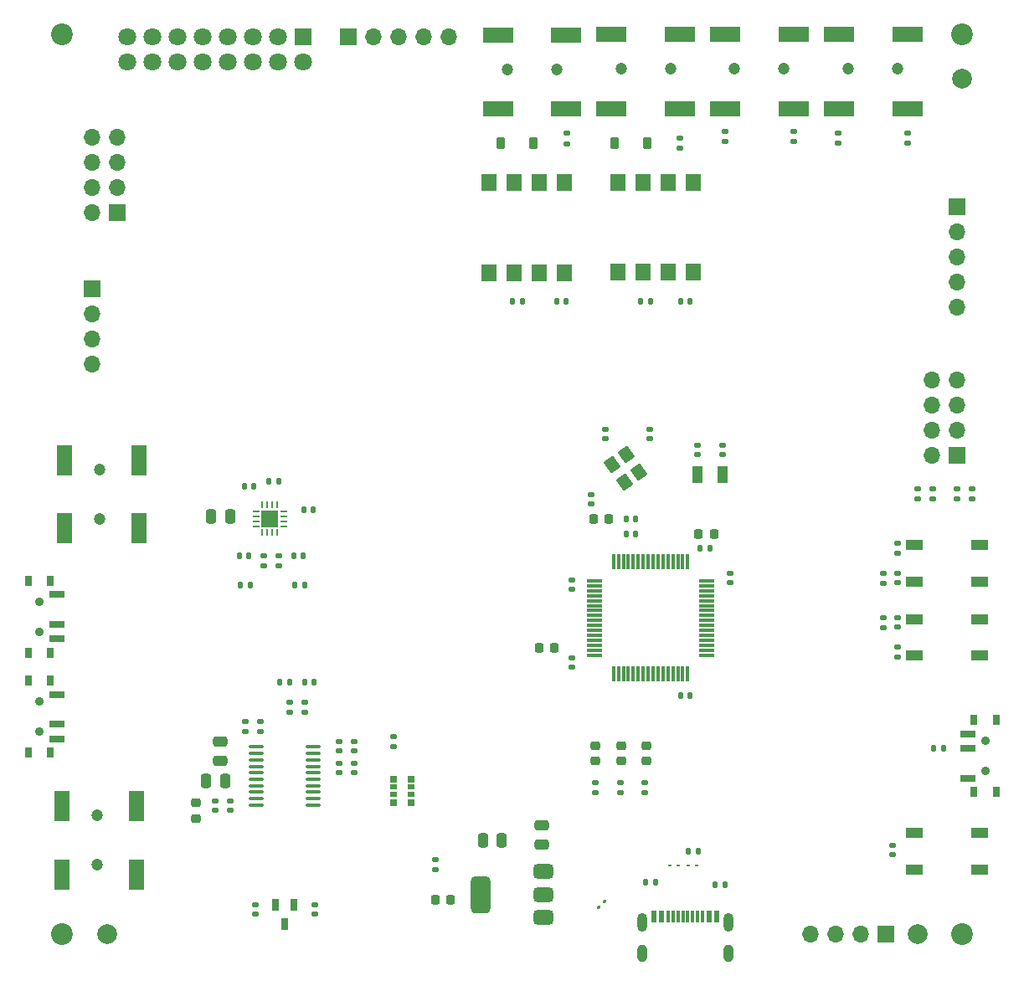
<source format=gbr>
%TF.GenerationSoftware,KiCad,Pcbnew,8.0.5*%
%TF.CreationDate,2024-10-26T23:32:17-04:00*%
%TF.ProjectId,stm-midi-poc1,73746d2d-6d69-4646-992d-706f63312e6b,1*%
%TF.SameCoordinates,Original*%
%TF.FileFunction,Soldermask,Top*%
%TF.FilePolarity,Negative*%
%FSLAX46Y46*%
G04 Gerber Fmt 4.6, Leading zero omitted, Abs format (unit mm)*
G04 Created by KiCad (PCBNEW 8.0.5) date 2024-10-26 23:32:17*
%MOMM*%
%LPD*%
G01*
G04 APERTURE LIST*
G04 Aperture macros list*
%AMRoundRect*
0 Rectangle with rounded corners*
0 $1 Rounding radius*
0 $2 $3 $4 $5 $6 $7 $8 $9 X,Y pos of 4 corners*
0 Add a 4 corners polygon primitive as box body*
4,1,4,$2,$3,$4,$5,$6,$7,$8,$9,$2,$3,0*
0 Add four circle primitives for the rounded corners*
1,1,$1+$1,$2,$3*
1,1,$1+$1,$4,$5*
1,1,$1+$1,$6,$7*
1,1,$1+$1,$8,$9*
0 Add four rect primitives between the rounded corners*
20,1,$1+$1,$2,$3,$4,$5,0*
20,1,$1+$1,$4,$5,$6,$7,0*
20,1,$1+$1,$6,$7,$8,$9,0*
20,1,$1+$1,$8,$9,$2,$3,0*%
%AMRotRect*
0 Rectangle, with rotation*
0 The origin of the aperture is its center*
0 $1 length*
0 $2 width*
0 $3 Rotation angle, in degrees counterclockwise*
0 Add horizontal line*
21,1,$1,$2,0,0,$3*%
G04 Aperture macros list end*
%ADD10R,1.700000X1.700000*%
%ADD11O,1.700000X1.700000*%
%ADD12RoundRect,0.075000X-0.075000X0.700000X-0.075000X-0.700000X0.075000X-0.700000X0.075000X0.700000X0*%
%ADD13RoundRect,0.075000X-0.700000X0.075000X-0.700000X-0.075000X0.700000X-0.075000X0.700000X0.075000X0*%
%ADD14RoundRect,0.140000X0.170000X-0.140000X0.170000X0.140000X-0.170000X0.140000X-0.170000X-0.140000X0*%
%ADD15C,1.200000*%
%ADD16R,3.100000X1.500000*%
%ADD17RoundRect,0.225000X-0.250000X0.225000X-0.250000X-0.225000X0.250000X-0.225000X0.250000X0.225000X0*%
%ADD18RoundRect,0.135000X-0.185000X0.135000X-0.185000X-0.135000X0.185000X-0.135000X0.185000X0.135000X0*%
%ADD19RoundRect,0.140000X0.140000X0.170000X-0.140000X0.170000X-0.140000X-0.170000X0.140000X-0.170000X0*%
%ADD20R,1.700000X1.000000*%
%ADD21RoundRect,0.140000X-0.140000X-0.170000X0.140000X-0.170000X0.140000X0.170000X-0.140000X0.170000X0*%
%ADD22RoundRect,0.100000X-0.637500X-0.100000X0.637500X-0.100000X0.637500X0.100000X-0.637500X0.100000X0*%
%ADD23RoundRect,0.135000X0.185000X-0.135000X0.185000X0.135000X-0.185000X0.135000X-0.185000X-0.135000X0*%
%ADD24R,0.700000X1.250000*%
%ADD25RoundRect,0.140000X-0.170000X0.140000X-0.170000X-0.140000X0.170000X-0.140000X0.170000X0.140000X0*%
%ADD26RoundRect,0.062500X0.117500X0.062500X-0.117500X0.062500X-0.117500X-0.062500X0.117500X-0.062500X0*%
%ADD27RoundRect,0.250000X-0.250000X-0.475000X0.250000X-0.475000X0.250000X0.475000X-0.250000X0.475000X0*%
%ADD28RoundRect,0.218750X0.256250X-0.218750X0.256250X0.218750X-0.256250X0.218750X-0.256250X-0.218750X0*%
%ADD29RoundRect,0.218750X0.218750X0.256250X-0.218750X0.256250X-0.218750X-0.256250X0.218750X-0.256250X0*%
%ADD30RotRect,1.400000X1.200000X125.000000*%
%ADD31R,1.000000X1.800000*%
%ADD32R,0.800000X1.000000*%
%ADD33C,0.900000*%
%ADD34R,1.500000X0.700000*%
%ADD35RoundRect,0.135000X-0.135000X-0.185000X0.135000X-0.185000X0.135000X0.185000X-0.135000X0.185000X0*%
%ADD36R,1.500000X3.100000*%
%ADD37RoundRect,0.225000X0.225000X0.250000X-0.225000X0.250000X-0.225000X-0.250000X0.225000X-0.250000X0*%
%ADD38R,0.280000X0.660000*%
%ADD39R,0.660000X0.280000*%
%ADD40R,1.750000X1.750000*%
%ADD41C,2.200000*%
%ADD42RoundRect,0.135000X0.135000X0.185000X-0.135000X0.185000X-0.135000X-0.185000X0.135000X-0.185000X0*%
%ADD43RoundRect,0.375000X0.625000X0.375000X-0.625000X0.375000X-0.625000X-0.375000X0.625000X-0.375000X0*%
%ADD44RoundRect,0.500000X0.500000X1.400000X-0.500000X1.400000X-0.500000X-1.400000X0.500000X-1.400000X0*%
%ADD45O,1.000000X1.900000*%
%ADD46O,1.000000X1.800000*%
%ADD47R,0.600000X1.150000*%
%ADD48R,0.300000X1.150000*%
%ADD49RoundRect,0.250000X0.475000X-0.250000X0.475000X0.250000X-0.475000X0.250000X-0.475000X-0.250000X0*%
%ADD50RoundRect,0.225000X0.225000X0.375000X-0.225000X0.375000X-0.225000X-0.375000X0.225000X-0.375000X0*%
%ADD51C,2.000000*%
%ADD52R,1.520000X1.780000*%
%ADD53R,1.800000X1.800000*%
%ADD54C,1.800000*%
%ADD55RoundRect,0.250000X-0.475000X0.250000X-0.475000X-0.250000X0.475000X-0.250000X0.475000X0.250000X0*%
%ADD56RoundRect,0.250000X0.250000X0.475000X-0.250000X0.475000X-0.250000X-0.475000X0.250000X-0.475000X0*%
%ADD57RoundRect,0.225000X-0.225000X-0.250000X0.225000X-0.250000X0.225000X0.250000X-0.225000X0.250000X0*%
%ADD58RoundRect,0.062500X-0.117500X-0.062500X0.117500X-0.062500X0.117500X0.062500X-0.117500X0.062500X0*%
%ADD59R,0.800000X0.650000*%
%ADD60R,0.800000X0.500000*%
%ADD61RoundRect,0.218750X-0.218750X-0.256250X0.218750X-0.256250X0.218750X0.256250X-0.218750X0.256250X0*%
%ADD62RoundRect,0.062500X0.038891X0.127279X-0.127279X-0.038891X-0.038891X-0.127279X0.127279X0.038891X0*%
G04 APERTURE END LIST*
D10*
%TO.C,J9*%
X114500000Y-66700000D03*
D11*
X114500000Y-69240000D03*
X114500000Y-71780000D03*
X114500000Y-74320000D03*
%TD*%
D12*
%TO.C,U1*%
X174741181Y-94350976D03*
X174241181Y-94350976D03*
X173741181Y-94350976D03*
X173241181Y-94350976D03*
X172741181Y-94350976D03*
X172241181Y-94350976D03*
X171741181Y-94350976D03*
X171241181Y-94350976D03*
X170741181Y-94350976D03*
X170241181Y-94350976D03*
X169741181Y-94350976D03*
X169241181Y-94350976D03*
X168741181Y-94350976D03*
X168241181Y-94350976D03*
X167741181Y-94350976D03*
X167241181Y-94350976D03*
D13*
X165316181Y-96275976D03*
X165316181Y-96775976D03*
X165316181Y-97275976D03*
X165316181Y-97775976D03*
X165316181Y-98275976D03*
X165316181Y-98775976D03*
X165316181Y-99275976D03*
X165316181Y-99775976D03*
X165316181Y-100275976D03*
X165316181Y-100775976D03*
X165316181Y-101275976D03*
X165316181Y-101775976D03*
X165316181Y-102275976D03*
X165316181Y-102775976D03*
X165316181Y-103275976D03*
X165316181Y-103775976D03*
D12*
X167241181Y-105700976D03*
X167741181Y-105700976D03*
X168241181Y-105700976D03*
X168741181Y-105700976D03*
X169241181Y-105700976D03*
X169741181Y-105700976D03*
X170241181Y-105700976D03*
X170741181Y-105700976D03*
X171241181Y-105700976D03*
X171741181Y-105700976D03*
X172241181Y-105700976D03*
X172741181Y-105700976D03*
X173241181Y-105700976D03*
X173741181Y-105700976D03*
X174241181Y-105700976D03*
X174741181Y-105700976D03*
D13*
X176666181Y-103775976D03*
X176666181Y-103275976D03*
X176666181Y-102775976D03*
X176666181Y-102275976D03*
X176666181Y-101775976D03*
X176666181Y-101275976D03*
X176666181Y-100775976D03*
X176666181Y-100275976D03*
X176666181Y-99775976D03*
X176666181Y-99275976D03*
X176666181Y-98775976D03*
X176666181Y-98275976D03*
X176666181Y-97775976D03*
X176666181Y-97275976D03*
X176666181Y-96775976D03*
X176666181Y-96275976D03*
%TD*%
D14*
%TO.C,C16*%
X175750000Y-83480000D03*
X175750000Y-82520000D03*
%TD*%
D15*
%TO.C,CN4*%
X167991181Y-44478476D03*
X172991181Y-44478476D03*
D16*
X167041181Y-48478476D03*
X167041181Y-40978476D03*
X173941181Y-40978476D03*
X173941181Y-48478476D03*
%TD*%
D14*
%TO.C,C2*%
X163036385Y-97149799D03*
X163036385Y-96189799D03*
%TD*%
D17*
%TO.C,C29*%
X125000000Y-118725000D03*
X125000000Y-120275000D03*
%TD*%
D18*
%TO.C,R13*%
X196991181Y-50968472D03*
X196991181Y-51988472D03*
%TD*%
D19*
%TO.C,C35*%
X134480000Y-106500000D03*
X133520000Y-106500000D03*
%TD*%
D20*
%TO.C,SW5*%
X204291181Y-103828476D03*
X197691181Y-103828476D03*
X204291181Y-100128476D03*
X197691181Y-100128476D03*
%TD*%
D10*
%TO.C,J2*%
X202000000Y-58420000D03*
D11*
X202000000Y-60960000D03*
X202000000Y-63500000D03*
X202000000Y-66040000D03*
X202000000Y-68580000D03*
%TD*%
D21*
%TO.C,C44*%
X174011181Y-67978476D03*
X174971181Y-67978476D03*
%TD*%
D22*
%TO.C,U4*%
X131137500Y-113075000D03*
X131137500Y-113725000D03*
X131137500Y-114375000D03*
X131137500Y-115025000D03*
X131137500Y-115675000D03*
X131137500Y-116325000D03*
X131137500Y-116975000D03*
X131137500Y-117625000D03*
X131137500Y-118275000D03*
X131137500Y-118925000D03*
X136862500Y-118925000D03*
X136862500Y-118275000D03*
X136862500Y-117625000D03*
X136862500Y-116975000D03*
X136862500Y-116325000D03*
X136862500Y-115675000D03*
X136862500Y-115025000D03*
X136862500Y-114375000D03*
X136862500Y-113725000D03*
X136862500Y-113075000D03*
%TD*%
D23*
%TO.C,R20*%
X203500000Y-88010000D03*
X203500000Y-86990000D03*
%TD*%
D24*
%TO.C,U8*%
X134950000Y-129000000D03*
X133050000Y-129000000D03*
X134000000Y-131000000D03*
%TD*%
D21*
%TO.C,C34*%
X136020000Y-106500000D03*
X136980000Y-106500000D03*
%TD*%
%TO.C,C6*%
X168520000Y-91500000D03*
X169480000Y-91500000D03*
%TD*%
%TO.C,C7*%
X168520000Y-90000000D03*
X169480000Y-90000000D03*
%TD*%
D25*
%TO.C,C26*%
X139526545Y-114705054D03*
X139526545Y-115665054D03*
%TD*%
D26*
%TO.C,D8*%
X172912313Y-125039289D03*
X173752313Y-125039289D03*
%TD*%
D27*
%TO.C,C15*%
X154041181Y-122478476D03*
X155941181Y-122478476D03*
%TD*%
D25*
%TO.C,C9*%
X195500000Y-123020000D03*
X195500000Y-123980000D03*
%TD*%
D19*
%TO.C,C41*%
X130881181Y-86728476D03*
X129921181Y-86728476D03*
%TD*%
D28*
%TO.C,D3*%
X170590006Y-114499994D03*
X170590006Y-112924994D03*
%TD*%
D23*
%TO.C,R22*%
X134500000Y-109530000D03*
X134500000Y-108510000D03*
%TD*%
D29*
%TO.C,FB1*%
X166787500Y-90000000D03*
X165212500Y-90000000D03*
%TD*%
D30*
%TO.C,Y1*%
X169761869Y-85302133D03*
X168500000Y-83500000D03*
X167107443Y-84475081D03*
X168369312Y-86277214D03*
%TD*%
D31*
%TO.C,X1*%
X178250000Y-85500000D03*
X175750000Y-85500000D03*
%TD*%
D18*
%TO.C,R21*%
X145000000Y-111990000D03*
X145000000Y-113010000D03*
%TD*%
D25*
%TO.C,C32*%
X139500000Y-112520000D03*
X139500000Y-113480000D03*
%TD*%
D14*
%TO.C,C38*%
X131901181Y-94708476D03*
X131901181Y-93748476D03*
%TD*%
D32*
%TO.C,SW1*%
X203711181Y-117628476D03*
X205921181Y-117628476D03*
D33*
X204821181Y-115478476D03*
X204821181Y-112478476D03*
D32*
X203711181Y-110328476D03*
X205921181Y-110328476D03*
D34*
X203061181Y-116228476D03*
X203061181Y-113228476D03*
X203061181Y-111728476D03*
%TD*%
D25*
%TO.C,C28*%
X128500000Y-118520000D03*
X128500000Y-119480000D03*
%TD*%
D14*
%TO.C,C10*%
X170934656Y-81868607D03*
X170934656Y-80908607D03*
%TD*%
%TO.C,C17*%
X178250000Y-83480000D03*
X178250000Y-82520000D03*
%TD*%
D19*
%TO.C,C36*%
X135881181Y-93728476D03*
X134921181Y-93728476D03*
%TD*%
D35*
%TO.C,R29*%
X169990000Y-67978476D03*
X171010000Y-67978476D03*
%TD*%
D15*
%TO.C,CN5*%
X114991181Y-125000000D03*
X114991181Y-120000000D03*
D36*
X118991181Y-125950000D03*
X111491181Y-125950000D03*
X111491181Y-119050000D03*
X118991181Y-119050000D03*
%TD*%
D37*
%TO.C,C12*%
X161266181Y-103025976D03*
X159716181Y-103025976D03*
%TD*%
D38*
%TO.C,U3*%
X131741181Y-91388476D03*
X132241181Y-91388476D03*
X132741181Y-91388476D03*
X133241181Y-91388476D03*
D39*
X133901181Y-90728476D03*
X133901181Y-90228476D03*
X133901181Y-89728476D03*
X133901181Y-89228476D03*
D38*
X133241181Y-88568476D03*
X132741181Y-88568476D03*
X132241181Y-88568476D03*
X131741181Y-88568476D03*
D39*
X131081181Y-89228476D03*
X131081181Y-89728476D03*
X131081181Y-90228476D03*
X131081181Y-90728476D03*
D40*
X132491181Y-89978476D03*
%TD*%
D41*
%TO.C,H3*%
X202491181Y-131978476D03*
%TD*%
D18*
%TO.C,R26*%
X185491181Y-50775976D03*
X185491181Y-51795976D03*
%TD*%
%TO.C,R6*%
X170430006Y-116702494D03*
X170430006Y-117722494D03*
%TD*%
D42*
%TO.C,R25*%
X136010000Y-96728476D03*
X134990000Y-96728476D03*
%TD*%
D10*
%TO.C,J5*%
X194800000Y-132000000D03*
D11*
X192260000Y-132000000D03*
X189720000Y-132000000D03*
X187180000Y-132000000D03*
%TD*%
D18*
%TO.C,R17*%
X198000000Y-86990000D03*
X198000000Y-88010000D03*
%TD*%
D23*
%TO.C,R11*%
X194500000Y-100988476D03*
X194500000Y-99968476D03*
%TD*%
D15*
%TO.C,CN6*%
X115241181Y-90000000D03*
X115241181Y-85000000D03*
D36*
X119241181Y-90950000D03*
X111741181Y-90950000D03*
X111741181Y-84050000D03*
X119241181Y-84050000D03*
%TD*%
D23*
%TO.C,R23*%
X136000000Y-109530000D03*
X136000000Y-108510000D03*
%TD*%
D19*
%TO.C,C5*%
X174960000Y-107911823D03*
X174000000Y-107911823D03*
%TD*%
D32*
%TO.C,SW2*%
X110280000Y-106350000D03*
X108070000Y-106350000D03*
D33*
X109170000Y-108500000D03*
X109170000Y-111500000D03*
D32*
X110280000Y-113650000D03*
X108070000Y-113650000D03*
D34*
X110930000Y-107750000D03*
X110930000Y-110750000D03*
X110930000Y-112250000D03*
%TD*%
D35*
%TO.C,R3*%
X170510545Y-126708964D03*
X171530545Y-126708964D03*
%TD*%
D20*
%TO.C,SW4*%
X197691181Y-92628476D03*
X204291181Y-92628476D03*
X197691181Y-96328476D03*
X204291181Y-96328476D03*
%TD*%
D43*
%TO.C,U2*%
X160141181Y-130278476D03*
X160141181Y-127978476D03*
D44*
X153841181Y-127978476D03*
D43*
X160141181Y-125678476D03*
%TD*%
D25*
%TO.C,C19*%
X196000000Y-99998476D03*
X196000000Y-100958476D03*
%TD*%
D10*
%TO.C,J3*%
X202000000Y-83580000D03*
D11*
X199460000Y-83580000D03*
X202000000Y-81040000D03*
X199460000Y-81040000D03*
X202000000Y-78500000D03*
X199460000Y-78500000D03*
X202000000Y-75960000D03*
X199460000Y-75960000D03*
%TD*%
D25*
%TO.C,C25*%
X141026545Y-114725054D03*
X141026545Y-115685054D03*
%TD*%
D32*
%TO.C,SW3*%
X110280000Y-96251199D03*
X108070000Y-96251199D03*
D33*
X109170000Y-98401199D03*
X109170000Y-101401199D03*
D32*
X110280000Y-103551199D03*
X108070000Y-103551199D03*
D34*
X110930000Y-97651199D03*
X110930000Y-100651199D03*
X110930000Y-102151199D03*
%TD*%
D45*
%TO.C,J1*%
X170170000Y-130783476D03*
X178830000Y-130783476D03*
D46*
X178830000Y-133973476D03*
X170170000Y-133973476D03*
D47*
X171300000Y-130223476D03*
X172100000Y-130223476D03*
D48*
X173250000Y-130223476D03*
X174250000Y-130223476D03*
X174750000Y-130223476D03*
X175750000Y-130223476D03*
D47*
X177700000Y-130223476D03*
X176900000Y-130223476D03*
D48*
X176250000Y-130223476D03*
X175250000Y-130223476D03*
X173750000Y-130223476D03*
X172750000Y-130223476D03*
%TD*%
D21*
%TO.C,C4*%
X176011181Y-93000000D03*
X176971181Y-93000000D03*
%TD*%
D49*
%TO.C,C14*%
X159991181Y-122928476D03*
X159991181Y-121028476D03*
%TD*%
D21*
%TO.C,C20*%
X161511181Y-68025976D03*
X162471181Y-68025976D03*
%TD*%
D14*
%TO.C,C30*%
X130000000Y-111480000D03*
X130000000Y-110520000D03*
%TD*%
%TO.C,C33*%
X131500000Y-111480000D03*
X131500000Y-110520000D03*
%TD*%
D18*
%TO.C,R12*%
X196000000Y-102988476D03*
X196000000Y-104008476D03*
%TD*%
D10*
%TO.C,J6*%
X140425000Y-41198800D03*
D11*
X142965000Y-41198800D03*
X145505000Y-41198800D03*
X148045000Y-41198800D03*
X150585000Y-41198800D03*
%TD*%
D41*
%TO.C,H4*%
X111491179Y-131978478D03*
%TD*%
D23*
%TO.C,R19*%
X202000000Y-88010000D03*
X202000000Y-86990000D03*
%TD*%
D15*
%TO.C,CN1*%
X190991181Y-44478472D03*
X195991181Y-44478472D03*
D16*
X190041181Y-48478472D03*
X190041181Y-40978472D03*
X196941181Y-40978472D03*
X196941181Y-48478472D03*
%TD*%
D14*
%TO.C,C11*%
X166434656Y-81868607D03*
X166434656Y-80908607D03*
%TD*%
D25*
%TO.C,C31*%
X141000000Y-112520000D03*
X141000000Y-113480000D03*
%TD*%
D50*
%TO.C,D6*%
X159141181Y-52025976D03*
X155841181Y-52025976D03*
%TD*%
D18*
%TO.C,R9*%
X194500000Y-95468476D03*
X194500000Y-96488476D03*
%TD*%
D51*
%TO.C,FID3*%
X202491181Y-45500000D03*
%TD*%
D21*
%TO.C,C43*%
X135904019Y-89072263D03*
X136864019Y-89072263D03*
%TD*%
D35*
%TO.C,R16*%
X156981181Y-68025976D03*
X158001181Y-68025976D03*
%TD*%
D27*
%TO.C,C40*%
X126550000Y-89728476D03*
X128450000Y-89728476D03*
%TD*%
D52*
%TO.C,U6*%
X162301181Y-55975976D03*
X159761181Y-55975976D03*
X157221181Y-55975976D03*
X154681181Y-55975976D03*
X154681181Y-65075976D03*
X157221181Y-65075976D03*
X159761181Y-65075976D03*
X162301181Y-65075976D03*
%TD*%
D35*
%TO.C,R24*%
X129490000Y-96728476D03*
X130510000Y-96728476D03*
%TD*%
D25*
%TO.C,C3*%
X178991181Y-95520000D03*
X178991181Y-96480000D03*
%TD*%
D19*
%TO.C,C42*%
X133381181Y-86228476D03*
X132421181Y-86228476D03*
%TD*%
D35*
%TO.C,R4*%
X174812381Y-123602739D03*
X175832381Y-123602739D03*
%TD*%
D18*
%TO.C,R7*%
X167920006Y-116702494D03*
X167920006Y-117722494D03*
%TD*%
D53*
%TO.C,P1*%
X135890000Y-41230000D03*
D54*
X135890000Y-43770000D03*
X133350000Y-41230000D03*
X133350000Y-43770000D03*
X130810000Y-41230000D03*
X130810000Y-43770000D03*
X128270000Y-41230000D03*
X128270000Y-43770000D03*
X125730000Y-41230000D03*
X125730000Y-43770000D03*
X123190000Y-41230000D03*
X123190000Y-43770000D03*
X120650000Y-41230000D03*
X120650000Y-43770000D03*
X118110000Y-41230000D03*
X118110000Y-43770000D03*
%TD*%
D14*
%TO.C,C18*%
X196000000Y-96458476D03*
X196000000Y-95498476D03*
%TD*%
D42*
%TO.C,R2*%
X178510000Y-127000000D03*
X177490000Y-127000000D03*
%TD*%
D18*
%TO.C,R15*%
X162491181Y-51015976D03*
X162491181Y-52035976D03*
%TD*%
D10*
%TO.C,J4*%
X117040000Y-59040000D03*
D11*
X114500000Y-59040000D03*
X117040000Y-56500000D03*
X114500000Y-56500000D03*
X117040000Y-53960000D03*
X114500000Y-53960000D03*
X117040000Y-51420000D03*
X114500000Y-51420000D03*
%TD*%
D52*
%TO.C,U7*%
X175301181Y-55928476D03*
X172761181Y-55928476D03*
X170221181Y-55928476D03*
X167681181Y-55928476D03*
X167681181Y-65028476D03*
X170221181Y-65028476D03*
X172761181Y-65028476D03*
X175301181Y-65028476D03*
%TD*%
D15*
%TO.C,CN2*%
X156491181Y-44525976D03*
X161491181Y-44525976D03*
D16*
X155541181Y-48525976D03*
X155541181Y-41025976D03*
X162441181Y-41025976D03*
X162441181Y-48525976D03*
%TD*%
D14*
%TO.C,C21*%
X137000000Y-129980000D03*
X137000000Y-129020000D03*
%TD*%
%TO.C,C39*%
X133401181Y-94708476D03*
X133401181Y-93748476D03*
%TD*%
D55*
%TO.C,C23*%
X127500000Y-112550000D03*
X127500000Y-114450000D03*
%TD*%
D18*
%TO.C,R18*%
X199500000Y-86990000D03*
X199500000Y-88010000D03*
%TD*%
D25*
%TO.C,C27*%
X127000000Y-118520000D03*
X127000000Y-119480000D03*
%TD*%
D14*
%TO.C,C8*%
X165000000Y-88480000D03*
X165000000Y-87520000D03*
%TD*%
D23*
%TO.C,R10*%
X196000000Y-93488476D03*
X196000000Y-92468476D03*
%TD*%
D56*
%TO.C,C24*%
X127950000Y-116500000D03*
X126050000Y-116500000D03*
%TD*%
D25*
%TO.C,C22*%
X131000000Y-129020000D03*
X131000000Y-129980000D03*
%TD*%
D57*
%TO.C,C1*%
X175834375Y-91503996D03*
X177384375Y-91503996D03*
%TD*%
D15*
%TO.C,CN3*%
X179491181Y-44493096D03*
X184491181Y-44493096D03*
D16*
X178541181Y-48493096D03*
X178541181Y-40993096D03*
X185441181Y-40993096D03*
X185441181Y-48493096D03*
%TD*%
D18*
%TO.C,R8*%
X165430006Y-116702494D03*
X165430006Y-117722494D03*
%TD*%
D28*
%TO.C,D4*%
X168000006Y-114499994D03*
X168000006Y-112924994D03*
%TD*%
D41*
%TO.C,H2*%
X202491181Y-40978476D03*
%TD*%
D58*
%TO.C,D9*%
X175654331Y-125032299D03*
X174814331Y-125032299D03*
%TD*%
D59*
%TO.C,RN1*%
X146800000Y-118700000D03*
D60*
X146800000Y-117900000D03*
X146800000Y-117100000D03*
D59*
X146800000Y-116300000D03*
X145000000Y-116300000D03*
D60*
X145000000Y-117100000D03*
X145000000Y-117900000D03*
D59*
X145000000Y-118700000D03*
%TD*%
D50*
%TO.C,D7*%
X170641181Y-51978476D03*
X167341181Y-51978476D03*
%TD*%
D41*
%TO.C,H1*%
X111491181Y-40978476D03*
%TD*%
D28*
%TO.C,D5*%
X165410006Y-114499994D03*
X165410006Y-112924994D03*
%TD*%
D18*
%TO.C,R14*%
X189991181Y-50968472D03*
X189991181Y-51988472D03*
%TD*%
D20*
%TO.C,SW6*%
X197691181Y-121778476D03*
X204291181Y-121778476D03*
X197691181Y-125478476D03*
X204291181Y-125478476D03*
%TD*%
D21*
%TO.C,C37*%
X129421181Y-93728476D03*
X130381181Y-93728476D03*
%TD*%
D18*
%TO.C,R27*%
X178491181Y-50765976D03*
X178491181Y-51785976D03*
%TD*%
D14*
%TO.C,C13*%
X163000000Y-104980000D03*
X163000000Y-104020000D03*
%TD*%
D51*
%TO.C,FID2*%
X198000000Y-132000000D03*
%TD*%
D35*
%TO.C,R1*%
X199600834Y-113227220D03*
X200620834Y-113227220D03*
%TD*%
D23*
%TO.C,R5*%
X149209778Y-125510000D03*
X149209778Y-124490000D03*
%TD*%
D61*
%TO.C,D2*%
X149212500Y-128500000D03*
X150787500Y-128500000D03*
%TD*%
D18*
%TO.C,R28*%
X173991181Y-51468476D03*
X173991181Y-52488476D03*
%TD*%
D62*
%TO.C,D10*%
X165703015Y-129296985D03*
X166296985Y-128703015D03*
%TD*%
D51*
%TO.C,FID1*%
X116000000Y-131978478D03*
%TD*%
M02*

</source>
